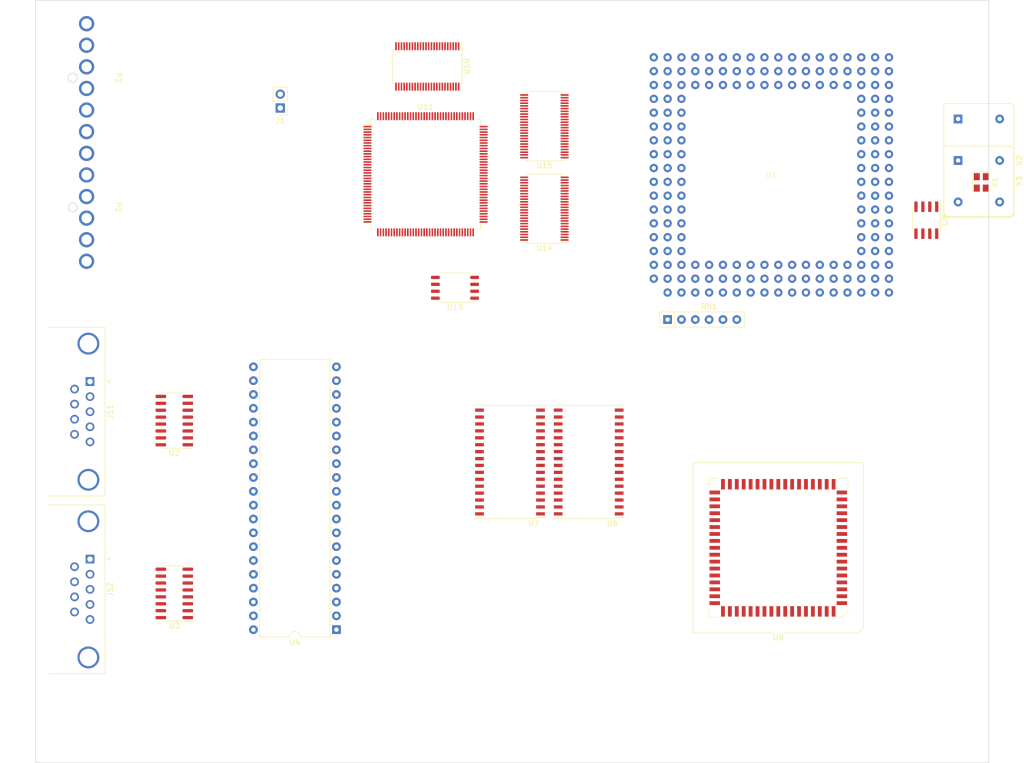
<source format=kicad_pcb>
(kicad_pcb (version 20221018) (generator pcbnew)
  (layers (0 "F.Cu" signal) (31 "B.Cu" signal) (34 "B.Paste" user) (35 "F.Paste" user) (36 "B.SilkS" user "B.Silkscreen") (37 "F.SilkS" user "F.Silkscreen") (38 "B.Mask" user) (39 "F.Mask" user) (44 "Edge.Cuts" user))
  (net 0 "")
  (net 2 "GND")
  (net 3 "/Power/PWR_GOOD")
  (net 4 "+5V")
  (net 5 "+12V")
  (net 6 "-12V")
  (net 7 "-5V")
  (net 8 "Net-(RN1A-R1.2)")
  (net 9 "Net-(RN1B-R2.2)")
  (net 10 "/CPU/DLE")
  (net 11 "/CPU/~{SW_RST}")
  (net 12 "/~{TS}")
  (net 13 "/A31")
  (net 14 "/D3")
  (net 15 "/D4")
  (net 16 "/D5")
  (net 17 "/D6")
  (net 18 "/D7")
  (net 19 "/D9")
  (net 20 "/D10")
  (net 21 "/D11")
  (net 22 "/D12")
  (net 23 "/D13")
  (net 24 "/D14")
  (net 25 "/D15")
  (net 26 "/D17")
  (net 27 "/D19")
  (net 28 "/D20")
  (net 29 "/D21")
  (net 30 "/D24")
  (net 31 "/A29")
  (net 32 "/D1")
  (net 33 "/D8")
  (net 34 "/D16")
  (net 35 "/D18")
  (net 36 "/D22")
  (net 37 "/D26")
  (net 38 "/A27")
  (net 39 "/D0")
  (net 40 "/D2")
  (net 41 "/D23")
  (net 42 "/D25")
  (net 43 "/D28")
  (net 44 "/A24")
  (net 45 "/A30")
  (net 46 "/D27")
  (net 47 "/D31")
  (net 48 "/A22")
  (net 49 "/A26")
  (net 50 "/A28")
  (net 51 "/D29")
  (net 52 "/D30")
  (net 53 "/A8")
  (net 54 "/A21")
  (net 55 "/A25")
  (net 56 "/A9")
  (net 57 "/A7")
  (net 58 "/A20")
  (net 59 "/A23")
  (net 60 "/A6")
  (net 61 "/A5")
  (net 62 "/A18")
  (net 63 "/A4")
  (net 64 "/A17")
  (net 65 "/A19")
  (net 66 "/A2")
  (net 67 "/A3")
  (net 68 "/A15")
  (net 69 "/A16")
  (net 70 "/A1")
  (net 71 "/A14")
  (net 72 "/A0")
  (net 73 "/A13")
  (net 74 "/A12")
  (net 75 "/A11")
  (net 76 "/R{slash}~{W}")
  (net 77 "/A10")
  (net 78 "/SIZ1")
  (net 79 "/SIZ0")
  (net 83 "/CPU/~{MI}")
  (net 86 "/BCLK")
  (net 87 "/CPU/PCLK")
  (net 89 "/~{TIP}")
  (net 92 "/CPU/~{HW_RST}")
  (net 93 "/~{TCI}{slash}~{TBI}")
  (net 94 "/~{TEA}")
  (net 98 "/~{AVEC}")
  (net 99 "/~{TA}")
  (net 102 "/CPU/~{BB}")
  (net 104 "/PA0")
  (net 106 "/PA1")
  (net 107 "/IO/B_~{CTS}")
  (net 108 "/IO/A_~{CTS}")
  (net 109 "/~{SWE}")
  (net 110 "/~{DSACK0}")
  (net 111 "/IO/B_RX")
  (net 112 "/IO/B_TX")
  (net 113 "/IO/B_~{RTS}")
  (net 117 "/PD25")
  (net 118 "/PD27")
  (net 119 "/PD29")
  (net 120 "/PD31")
  (net 121 "/~{COM_IRQ}")
  (net 122 "/PD30")
  (net 123 "/PD28")
  (net 124 "/PD26")
  (net 125 "/PD24")
  (net 129 "/IO/A_~{RTS}")
  (net 130 "/IO/A_TX")
  (net 131 "/IO/A_RX")
  (net 132 "Net-(U4-X1{slash}CLK)")
  (net 133 "Net-(U4-X2)")
  (net 134 "/IO/~{RESET}")
  (net 135 "/~{COM_CS}")
  (net 137 "/~{COM_IACK}")
  (net 140 "/PD16")
  (net 141 "/PD17")
  (net 142 "/PD18")
  (net 143 "/PD19")
  (net 144 "/PD20")
  (net 145 "/PD21")
  (net 146 "/PD22")
  (net 147 "/PD23")
  (net 148 "/~{RAM_CS}")
  (net 149 "/~{R}{slash}W")
  (net 150 "/~{LWE}")
  (net 151 "/~{UWE}")
  (net 152 "+3.3V")
  (net 154 "/~{68150_CS}")
  (net 155 "/~{DS}")
  (net 156 "/~{DSACK1}")
  (net 157 "/FPGA/FPGA_D_DIR")
  (net 162 "/FPGA/~{68150_DS}")
  (net 165 "/FPGA/LV_~{68150_DS}")
  (net 170 "/FPGA/LV_PA1")
  (net 171 "/FPGA/LV_PA0")
  (net 172 "/FPGA/FPGA_D7")
  (net 173 "/FPGA/FPGA_D6")
  (net 174 "/FPGA/FPGA_D5")
  (net 175 "/FPGA/FPGA_D4")
  (net 176 "/FPGA/FPGA_D3")
  (net 177 "/FPGA/FPGA_D2")
  (net 178 "/FPGA/FPGA_D1")
  (net 179 "/FPGA/FPGA_D0")
  (net 180 "/FPGA/FPGA_D_~{OE}")
  (net 181 "/FPGA/~{DSACK0}")
  (net 182 "/FPGA/~{DSACK1}")
  (net 224 "/FPGA/FPGA_A_DIR")
  (net 225 "/FPGA/FPGA_A_~{OE}")
  (net 227 "/FPGA/FLASH_IO2")
  (net 228 "/FPGA/FLASH_IO3")
  (net 229 "/FPGA/LV_AVEC")
  (net 230 "/FPGA/CDONE")
  (net 232 "/FPGA/FLASH_MOSI")
  (net 233 "/FPGA/FLASH_MISO")
  (net 234 "/FPGA/FLASH_SCK")
  (net 235 "/FPGA/FLASH_SS")
  (net 236 "/FPGA/LV.A31")
  (net 237 "/FPGA/LV.A30")
  (net 238 "/FPGA/LV.A29")
  (net 239 "/FPGA/LV.A28")
  (net 241 "/FPGA/LV.A27")
  (net 242 "/FPGA/LV.A26")
  (net 243 "/FPGA/LV.A25")
  (net 244 "/FPGA/LV.A24")
  (net 245 "/FPGA/LV.A23")
  (net 246 "/FPGA/LV.A22")
  (net 247 "/FPGA/LV.A21")
  (net 248 "/FPGA/LV.A20")
  (net 249 "/FPGA/LV.A19")
  (net 250 "/FPGA/LV.A18")
  (net 251 "/FPGA/LV.A17")
  (net 252 "/FPGA/LV.A16")
  (net 253 "/FPGA/LV.A15")
  (net 254 "/FPGA/LV.A14")
  (net 255 "/FPGA/LV.A13")
  (net 256 "/FPGA/LV.A12")
  (net 257 "/FPGA/LV.A11")
  (net 258 "/FPGA/LV.A10")
  (net 259 "/FPGA/LV.A9")
  (net 260 "/FPGA/LV.A8")
  (net 261 "/FPGA/LV.A7")
  (net 262 "/FPGA/LV.A6")
  (net 263 "/FPGA/LV.A5")
  (net 264 "/FPGA/LV.A4")
  (net 265 "/FPGA/LV.A3")
  (net 266 "/FPGA/LV.A2")
  (net 267 "/FPGA/LV.A1")
  (net 268 "/FPGA/LV.A0")
  (net 286 "/FPGA/FLASH_POWER")
  (net 288 "/IO/COM1_RXD")
  (net 289 "/IO/COM1_TXD")
  (net 292 "/IO/COM1_RTS")
  (net 293 "/IO/COM1_CTS")
  (net 296 "/IO/COM2_RXD")
  (net 297 "/IO/COM2_TXD")
  (net 300 "/IO/COM2_RTS")
  (net 301 "/IO/COM2_CTS")
  (net 303 "Net-(U2-C1+)")
  (net 304 "Net-(U2-VS+)")
  (net 305 "Net-(U2-C1-)")
  (net 306 "Net-(U2-C2+)")
  (net 307 "Net-(U2-C2-)")
  (net 308 "Net-(U2-VS-)")
  (net 309 "Net-(U3-C1+)")
  (net 310 "Net-(U3-VS+)")
  (net 311 "Net-(U3-C1-)")
  (net 312 "Net-(U3-C2+)")
  (net 313 "Net-(U3-C2-)")
  (net 314 "Net-(U3-VS-)")
  (net 315 "/Clock/CLK33")
  (net 316 "/~{IPL0}")
  (net 317 "/~{IPL1}")
  (net 318 "/~{IPL2}")
  (net 319 "/TT0")
  (net 320 "/TT1")
  (net 321 "/TM0")
  (net 322 "/TM1")
  (net 323 "/TM2")
  (footprint "Connector_PinHeader_2.54mm:PinHeader_1x02_P2.54mm_Vertical" (layer "F.Cu") (at 74.93 39.78 180)
    (fp_text reference "J1")
    (fp_text value "Reset")
  )
  (footprint "Package_SO:TSOP-II-32_21.0x10.2mm_P1.27mm" (layer "F.Cu") (at 117.11 104.775 180)
    (fp_text reference "U7")
    (fp_text value "IS61C5128AS-25TLI")
  )
  (footprint "68040:PGA179" (layer "F.Cu") (at 143.51 30.48)
    (fp_text reference "U1")
    (fp_text value "68LC040")
  )
  (footprint "Package_LCC:PLCC-68_SMD-Socket" (layer "F.Cu") (at 166.37 120.53 180)
    (fp_text reference "U9")
    (fp_text value "~")
  )
  (footprint "68040:15-48-0106" (layer "F.Cu") (at 39.37 67.9248 -90)
    (fp_text reference "P1")
    (fp_text value "Conn_01x06")
    (fp_circle (center -9.906 2.54) (end -9.0805 2.54) (stroke (width 0.12)) (fill none) (layer "Edge.Cuts"))
  )
  (footprint "Package_SO:SOP-8_5.28x5.23mm_P1.27mm" (layer "F.Cu") (at 107.01 72.79 180)
    (fp_text reference "U13")
    (fp_text value "SST26VF023BA")
  )
  (footprint "Package_DIP:DIP-40_W15.24mm" (layer "F.Cu") (at 85.24 135.56 180)
    (fp_text reference "U4")
    (fp_text value "68681")
  )
  (footprint "Connector_Dsub:DSUB-9_Male_Horizontal_P2.77x2.84mm_EdgePinOffset4.94mm_Housed_MountingHolesOffset7.48mm" (layer "F.Cu") (at 40 122.615 -90)
    (fp_text reference "JS2")
    (fp_text value "DE9_Plug_MountingHoles")
  )
  (footprint "Resistor_THT:R_Array_SIP6" (layer "F.Cu") (at 146.05 78.62)
    (fp_text reference "RN1")
    (fp_text value "4.7k")
  )
  (footprint "Package_SO:TSSOP-48_6.1x12.5mm_P0.5mm" (layer "F.Cu") (at 101.93 32.15 -90)
    (fp_text reference "U10")
    (fp_text value "SN74ALVC164245")
  )
  (footprint "68040:15-48-0106" (layer "F.Cu") (at 39.37 44.1128 -90)
    (fp_text reference "P2")
    (fp_text value "Conn_01x06")
    (fp_circle (center -9.906 2.54) (end -9.0805 2.54) (stroke (width 0.12)) (fill none) (layer "Edge.Cuts"))
  )
  (footprint "Package_SO:SOIC-16_3.9x9.9mm_P1.27mm" (layer "F.Cu") (at 55.475 128.905 180)
    (fp_text reference "U3")
    (fp_text value "MAX232")
  )
  (footprint "Package_SO:SOIC-16_3.9x9.9mm_P1.27mm" (layer "F.Cu") (at 55.475 97.175 180)
    (fp_text reference "U2")
    (fp_text value "MAX232")
  )
  (footprint "Package_QFP:TQFP-144_20x20mm_P0.5mm" (layer "F.Cu") (at 101.6 51.95)
    (fp_text reference "U11")
    (fp_text value "ICE40HX4K-TQ144")
  )
  (footprint "Connector_Dsub:DSUB-9_Male_Horizontal_P2.77x2.84mm_EdgePinOffset4.94mm_Housed_MountingHolesOffset7.48mm" (layer "F.Cu") (at 40 90 -90)
    (fp_text reference "JS1")
    (fp_text value "DE9_Plug_MountingHoles")
  )
  (footprint "Oscillator:Oscillator_DIP-14" (layer "F.Cu") (at 199.39 41.79 -90)
    (fp_text reference "X2")
    (fp_text value "33MHz")
  )
  (footprint "Oscillator:Oscillator_SMD_Abracon_ASE-4Pin_3.2x2.5mm" (layer "F.Cu") (at 203.645 53.44 -90)
    (fp_text reference "X1")
    (fp_text value "ASE-33MHz")
  )
  (footprint "Package_SO:TSSOP-48_6.1x12.5mm_P0.5mm" (layer "F.Cu") (at 123.4225 43.14 180)
    (fp_text reference "U15")
    (fp_text value "SN74ALVC164245")
  )
  (footprint "Oscillator:Oscillator_DIP-8" (layer "F.Cu") (at 199.39 49.41 -90)
    (fp_text reference "X3")
    (fp_text value "33MHz")
  )
  (footprint "Package_SO:TSSOP-48_6.1x12.5mm_P0.5mm" (layer "F.Cu") (at 123.4225 58.26 180)
    (fp_text reference "U14")
    (fp_text value "SN74ALVC164245")
  )
  (footprint "Package_SO:TSOP-II-32_21.0x10.2mm_P1.27mm" (layer "F.Cu") (at 131.56 104.775 180)
    (fp_text reference "U6")
    (fp_text value "IS61C5128AS-25TLI")
  )
  (footprint "Package_SO:SOIC-8_3.9x4.9mm_P1.27mm" (layer "F.Cu") (at 193.55 60.38 -90)
    (fp_text reference "U8")
    (fp_text value "NB3N502")
  )
  (gr_rect (start 30 20) (end 205 160) (stroke (width 0.1)) (fill none) (layer "Edge.Cuts"))
)
</source>
